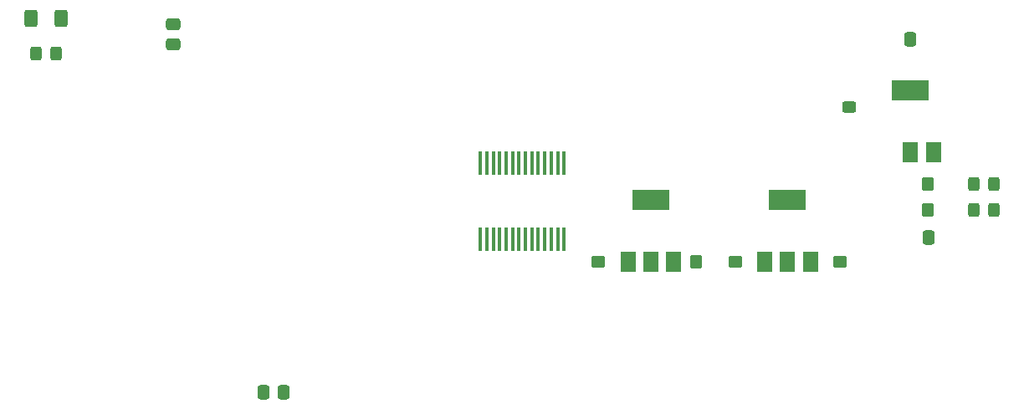
<source format=gbr>
%TF.GenerationSoftware,KiCad,Pcbnew,8.0.1*%
%TF.CreationDate,2025-04-21T12:55:39-06:00*%
%TF.ProjectId,Project,50726f6a-6563-4742-9e6b-696361645f70,A*%
%TF.SameCoordinates,Original*%
%TF.FileFunction,Paste,Top*%
%TF.FilePolarity,Positive*%
%FSLAX46Y46*%
G04 Gerber Fmt 4.6, Leading zero omitted, Abs format (unit mm)*
G04 Created by KiCad (PCBNEW 8.0.1) date 2025-04-21 12:55:39*
%MOMM*%
%LPD*%
G01*
G04 APERTURE LIST*
G04 Aperture macros list*
%AMRoundRect*
0 Rectangle with rounded corners*
0 $1 Rounding radius*
0 $2 $3 $4 $5 $6 $7 $8 $9 X,Y pos of 4 corners*
0 Add a 4 corners polygon primitive as box body*
4,1,4,$2,$3,$4,$5,$6,$7,$8,$9,$2,$3,0*
0 Add four circle primitives for the rounded corners*
1,1,$1+$1,$2,$3*
1,1,$1+$1,$4,$5*
1,1,$1+$1,$6,$7*
1,1,$1+$1,$8,$9*
0 Add four rect primitives between the rounded corners*
20,1,$1+$1,$2,$3,$4,$5,0*
20,1,$1+$1,$4,$5,$6,$7,0*
20,1,$1+$1,$6,$7,$8,$9,0*
20,1,$1+$1,$8,$9,$2,$3,0*%
G04 Aperture macros list end*
%ADD10R,1.500000X2.000000*%
%ADD11R,3.800000X2.000000*%
%ADD12RoundRect,0.250000X-0.325000X-0.450000X0.325000X-0.450000X0.325000X0.450000X-0.325000X0.450000X0*%
%ADD13RoundRect,0.250000X-0.337500X-0.475000X0.337500X-0.475000X0.337500X0.475000X-0.337500X0.475000X0*%
%ADD14RoundRect,0.250000X-0.350000X-0.450000X0.350000X-0.450000X0.350000X0.450000X-0.350000X0.450000X0*%
%ADD15RoundRect,0.250000X0.337500X0.475000X-0.337500X0.475000X-0.337500X-0.475000X0.337500X-0.475000X0*%
%ADD16RoundRect,0.250000X0.450000X-0.325000X0.450000X0.325000X-0.450000X0.325000X-0.450000X-0.325000X0*%
%ADD17RoundRect,0.250000X0.450000X-0.350000X0.450000X0.350000X-0.450000X0.350000X-0.450000X-0.350000X0*%
%ADD18R,0.430000X2.350000*%
%ADD19RoundRect,0.250000X-0.475000X0.337500X-0.475000X-0.337500X0.475000X-0.337500X0.475000X0.337500X0*%
%ADD20RoundRect,0.250000X-0.400000X-0.625000X0.400000X-0.625000X0.400000X0.625000X-0.400000X0.625000X0*%
G04 APERTURE END LIST*
D10*
%TO.C,Q2*%
X150270000Y-74070000D03*
D11*
X152570000Y-67770000D03*
D10*
X152570000Y-74070000D03*
X154870000Y-74070000D03*
%TD*%
D12*
%TO.C,D1*%
X185235200Y-68831200D03*
X187285200Y-68831200D03*
%TD*%
D13*
%TO.C,C4*%
X178851200Y-51559200D03*
%TD*%
D14*
%TO.C,R13*%
X157160300Y-74071100D03*
%TD*%
D12*
%TO.C,D5*%
X90366200Y-52956200D03*
X92416200Y-52956200D03*
%TD*%
%TO.C,D3*%
X185242200Y-66164200D03*
X187292200Y-66164200D03*
%TD*%
D15*
%TO.C,C2*%
X180715200Y-71625200D03*
%TD*%
D16*
%TO.C,D2*%
X172671200Y-58408200D03*
%TD*%
D10*
%TO.C,Q3*%
X164134200Y-74083200D03*
X166434200Y-74083200D03*
D11*
X166434200Y-67783200D03*
D10*
X168734200Y-74083200D03*
%TD*%
D17*
%TO.C,R10*%
X147238300Y-74038200D03*
%TD*%
D14*
%TO.C,R1*%
X180656200Y-68831200D03*
%TD*%
D15*
%TO.C,C7*%
X115437200Y-87246200D03*
X113362200Y-87246200D03*
%TD*%
D14*
%TO.C,R2*%
X180656200Y-66164200D03*
%TD*%
D18*
%TO.C,U2*%
X143805200Y-64102200D03*
X143155200Y-64102200D03*
X142505200Y-64102200D03*
X141855200Y-64102200D03*
X141205200Y-64102200D03*
X140555200Y-64102200D03*
X139905200Y-64102200D03*
X139255200Y-64102200D03*
X138605200Y-64102200D03*
X137955200Y-64102200D03*
X137305200Y-64102200D03*
X136655200Y-64102200D03*
X136005200Y-64102200D03*
X135355200Y-64102200D03*
X135355200Y-71752200D03*
X136005200Y-71752200D03*
X136655200Y-71752200D03*
X137305200Y-71752200D03*
X137955200Y-71752200D03*
X138605200Y-71752200D03*
X139255200Y-71752200D03*
X139905200Y-71752200D03*
X140555200Y-71752200D03*
X141205200Y-71752200D03*
X141855200Y-71752200D03*
X142505200Y-71752200D03*
X143155200Y-71752200D03*
X143805200Y-71752200D03*
%TD*%
D19*
%TO.C,C8*%
X104218200Y-49992200D03*
X104218200Y-52067200D03*
%TD*%
D17*
%TO.C,R14*%
X171756800Y-74063600D03*
%TD*%
%TO.C,R11*%
X161114200Y-74038200D03*
%TD*%
D10*
%TO.C,U1*%
X178880200Y-62989200D03*
D11*
X178880200Y-56689200D03*
D10*
X181180200Y-62989200D03*
%TD*%
D20*
%TO.C,R15*%
X89841200Y-49400200D03*
X92941200Y-49400200D03*
%TD*%
M02*

</source>
